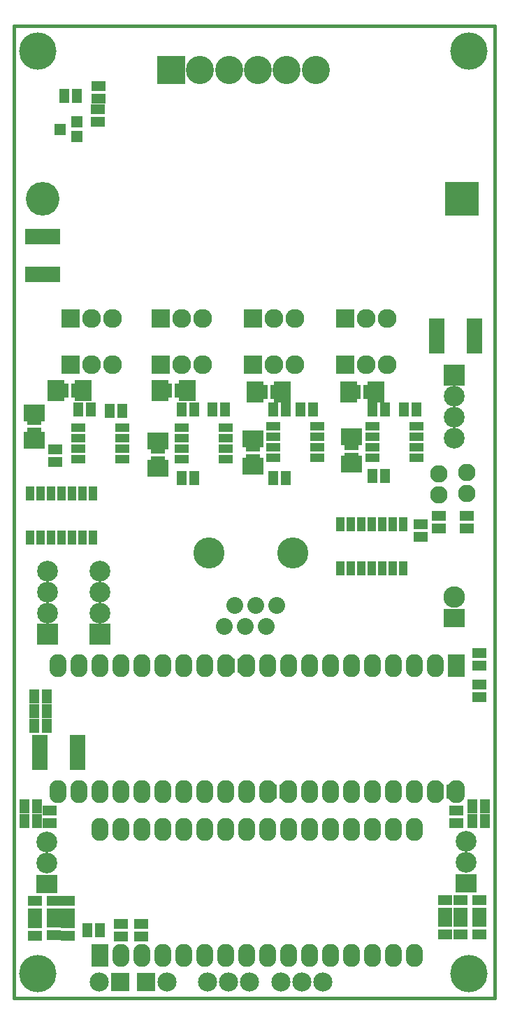
<source format=gbs>
G04 (created by PCBNEW-RS274X (2011-04-29 BZR 2986)-stable) date 29/01/2012 21:43:35*
G01*
G70*
G90*
%MOIN*%
G04 Gerber Fmt 3.4, Leading zero omitted, Abs format*
%FSLAX34Y34*%
G04 APERTURE LIST*
%ADD10C,0.006000*%
%ADD11C,0.015000*%
%ADD12C,0.083000*%
%ADD13R,0.082000X0.110000*%
%ADD14O,0.082000X0.110000*%
%ADD15R,0.102700X0.090900*%
%ADD16C,0.102700*%
%ADD17R,0.098700X0.090900*%
%ADD18C,0.098700*%
%ADD19R,0.045000X0.065000*%
%ADD20R,0.065000X0.045000*%
%ADD21R,0.170000X0.075000*%
%ADD22R,0.134200X0.134200*%
%ADD23C,0.134200*%
%ADD24R,0.040000X0.065000*%
%ADD25R,0.065000X0.040000*%
%ADD26R,0.075000X0.170000*%
%ADD27R,0.098700X0.098700*%
%ADD28C,0.090000*%
%ADD29R,0.090000X0.090000*%
%ADD30C,0.080000*%
%ADD31C,0.148000*%
%ADD32R,0.160000X0.160000*%
%ADD33C,0.160000*%
%ADD34R,0.080000X0.100000*%
%ADD35R,0.100000X0.080000*%
%ADD36C,0.177500*%
%ADD37R,0.056000X0.056000*%
%ADD38R,0.090900X0.090900*%
%ADD39C,0.090900*%
G04 APERTURE END LIST*
G54D10*
G54D11*
X07275Y-17550D02*
X30225Y-17550D01*
X30225Y-17550D02*
X30225Y-63850D01*
X30225Y-63850D02*
X07275Y-63850D01*
X07275Y-63850D02*
X07275Y-17550D01*
X07275Y-17550D02*
X07300Y-17550D01*
G54D12*
X27550Y-38875D03*
X27550Y-39875D03*
G54D13*
X11400Y-61825D03*
G54D14*
X12400Y-61825D03*
X13400Y-61825D03*
X14400Y-61825D03*
X15400Y-61825D03*
X16400Y-61825D03*
X17400Y-61825D03*
X18400Y-61825D03*
X19400Y-61825D03*
X20400Y-61825D03*
X21400Y-61825D03*
X22400Y-61825D03*
X23400Y-61825D03*
X24400Y-61825D03*
X25400Y-61825D03*
X26400Y-61825D03*
X26400Y-55825D03*
X25400Y-55825D03*
X24400Y-55825D03*
X23400Y-55825D03*
X22400Y-55825D03*
X21400Y-55825D03*
X20400Y-55825D03*
X19400Y-55825D03*
X18400Y-55825D03*
X17400Y-55825D03*
X16400Y-55825D03*
X15400Y-55825D03*
X14400Y-55825D03*
X13400Y-55825D03*
X12400Y-55825D03*
X11400Y-55825D03*
G54D13*
X28400Y-48025D03*
G54D14*
X27400Y-48025D03*
X26400Y-48025D03*
X25400Y-48025D03*
X24400Y-48025D03*
X23400Y-48025D03*
X22400Y-48025D03*
X21400Y-48025D03*
X20400Y-48025D03*
X19400Y-48025D03*
X18400Y-48025D03*
X17400Y-48025D03*
X16400Y-48025D03*
X15400Y-48025D03*
X14400Y-48025D03*
X13400Y-48025D03*
X12400Y-48025D03*
X11400Y-48025D03*
X10400Y-48025D03*
X09400Y-48025D03*
X09400Y-54025D03*
X10400Y-54025D03*
X11400Y-54025D03*
X12400Y-54025D03*
X13400Y-54025D03*
X14400Y-54025D03*
X15400Y-54025D03*
X16400Y-54025D03*
X17400Y-54025D03*
X18400Y-54025D03*
X19400Y-54025D03*
X20400Y-54025D03*
X21400Y-54025D03*
X22400Y-54025D03*
X23400Y-54025D03*
X24400Y-54025D03*
X25400Y-54025D03*
X26400Y-54025D03*
X27400Y-54025D03*
X28400Y-54025D03*
G54D15*
X28275Y-45750D03*
G54D16*
X28275Y-44750D03*
G54D17*
X08850Y-58425D03*
G54D18*
X08850Y-57425D03*
X08850Y-56425D03*
G54D17*
X28850Y-58375D03*
G54D18*
X28850Y-57375D03*
X28850Y-56375D03*
G54D19*
X26500Y-35825D03*
X25900Y-35825D03*
X23600Y-34975D03*
X24200Y-34975D03*
X19150Y-34975D03*
X19750Y-34975D03*
X21550Y-35825D03*
X20950Y-35825D03*
G54D20*
X23400Y-38125D03*
X23400Y-37525D03*
G54D19*
X17350Y-35825D03*
X16750Y-35825D03*
X14600Y-34925D03*
X15200Y-34925D03*
X09650Y-34925D03*
X10250Y-34925D03*
X12450Y-35875D03*
X11850Y-35875D03*
G54D20*
X14150Y-37675D03*
X14150Y-38275D03*
X08250Y-36325D03*
X08250Y-36925D03*
X27550Y-41475D03*
X27550Y-40875D03*
X28900Y-41475D03*
X28900Y-40875D03*
X29500Y-48025D03*
X29500Y-47425D03*
X29500Y-49525D03*
X29500Y-48925D03*
G54D19*
X24400Y-38975D03*
X25000Y-38975D03*
X19650Y-39075D03*
X20250Y-39075D03*
X24400Y-35825D03*
X25000Y-35825D03*
X19650Y-35825D03*
X20250Y-35825D03*
X15300Y-39075D03*
X15900Y-39075D03*
G54D20*
X09250Y-37725D03*
X09250Y-38325D03*
G54D19*
X15300Y-35825D03*
X15900Y-35825D03*
X10350Y-35825D03*
X10950Y-35825D03*
G54D21*
X08650Y-29375D03*
X08650Y-27575D03*
G54D22*
X14775Y-19650D03*
G54D23*
X16150Y-19650D03*
X17550Y-19650D03*
X18925Y-19650D03*
X20300Y-19650D03*
X21675Y-19650D03*
G54D24*
X11050Y-41925D03*
X10550Y-41925D03*
X10050Y-41925D03*
X09550Y-41925D03*
X09050Y-41925D03*
X08550Y-41925D03*
X08050Y-41925D03*
X08050Y-39825D03*
X08550Y-39825D03*
X09050Y-39825D03*
X09550Y-39825D03*
X10050Y-39825D03*
X10550Y-39825D03*
X11050Y-39825D03*
G54D25*
X12450Y-38175D03*
X10350Y-38175D03*
X12450Y-37675D03*
X12450Y-37175D03*
X12450Y-36675D03*
X10350Y-37675D03*
X10350Y-37175D03*
X10350Y-36675D03*
G54D24*
X22850Y-41275D03*
X23350Y-41275D03*
X23850Y-41275D03*
X24350Y-41275D03*
X24850Y-41275D03*
X25350Y-41275D03*
X25850Y-41275D03*
X25850Y-43375D03*
X25350Y-43375D03*
X24850Y-43375D03*
X24350Y-43375D03*
X23850Y-43375D03*
X23350Y-43375D03*
X22850Y-43375D03*
G54D25*
X21750Y-38125D03*
X19650Y-38125D03*
X21750Y-37625D03*
X21750Y-37125D03*
X21750Y-36625D03*
X19650Y-37625D03*
X19650Y-37125D03*
X19650Y-36625D03*
G54D20*
X18700Y-38175D03*
X18700Y-37575D03*
G54D25*
X26500Y-38125D03*
X24400Y-38125D03*
X26500Y-37625D03*
X26500Y-37125D03*
X26500Y-36625D03*
X24400Y-37625D03*
X24400Y-37125D03*
X24400Y-36625D03*
G54D26*
X27450Y-32325D03*
X29250Y-32325D03*
G54D25*
X17400Y-38175D03*
X15300Y-38175D03*
X17400Y-37675D03*
X17400Y-37175D03*
X17400Y-36675D03*
X15300Y-37675D03*
X15300Y-37175D03*
X15300Y-36675D03*
G54D27*
X28300Y-34175D03*
G54D18*
X28300Y-35175D03*
X28300Y-36175D03*
X28300Y-37175D03*
G54D12*
X28900Y-38825D03*
X28900Y-39825D03*
G54D19*
X11400Y-60625D03*
X10800Y-60625D03*
X08850Y-50875D03*
X08250Y-50875D03*
G54D20*
X26700Y-41275D03*
X26700Y-41875D03*
G54D19*
X18200Y-48025D03*
X17600Y-48025D03*
X20200Y-54025D03*
X19600Y-54025D03*
X28150Y-54025D03*
X27550Y-54025D03*
G54D28*
X25075Y-31500D03*
X24075Y-31500D03*
G54D29*
X23075Y-31500D03*
G54D28*
X25075Y-33700D03*
X24075Y-33700D03*
G54D29*
X23075Y-33700D03*
G54D28*
X11975Y-31500D03*
X10975Y-31500D03*
G54D29*
X09975Y-31500D03*
G54D28*
X16275Y-31500D03*
X15275Y-31500D03*
G54D29*
X14275Y-31500D03*
G54D28*
X11975Y-33700D03*
X10975Y-33700D03*
G54D29*
X09975Y-33700D03*
G54D28*
X16275Y-33700D03*
X15275Y-33700D03*
G54D29*
X14275Y-33700D03*
G54D28*
X20675Y-31500D03*
X19675Y-31500D03*
G54D29*
X18675Y-31500D03*
G54D28*
X20675Y-33700D03*
X19675Y-33700D03*
G54D29*
X18675Y-33700D03*
G54D30*
X18825Y-45150D03*
X17825Y-45150D03*
X19825Y-45150D03*
X17325Y-46150D03*
X18325Y-46150D03*
X19325Y-46150D03*
G54D31*
X20575Y-42650D03*
X16575Y-42650D03*
G54D19*
X08250Y-49475D03*
X08850Y-49475D03*
X08850Y-50175D03*
X08250Y-50175D03*
G54D26*
X10325Y-52150D03*
X08525Y-52150D03*
G54D32*
X28650Y-25775D03*
G54D33*
X08650Y-25775D03*
G54D19*
X08400Y-54725D03*
X07800Y-54725D03*
G54D20*
X09850Y-60875D03*
X09850Y-60275D03*
X09850Y-59225D03*
X09850Y-59825D03*
X09000Y-55525D03*
X09000Y-54925D03*
X09175Y-60250D03*
X09175Y-60850D03*
X09175Y-59825D03*
X09175Y-59225D03*
G54D19*
X29150Y-54725D03*
X29750Y-54725D03*
G54D20*
X27850Y-60825D03*
X27850Y-60225D03*
X27850Y-59175D03*
X27850Y-59775D03*
X28400Y-55525D03*
X28400Y-54925D03*
X28600Y-60225D03*
X28600Y-60825D03*
X28600Y-59775D03*
X28600Y-59175D03*
G54D19*
X07800Y-55425D03*
X08400Y-55425D03*
G54D20*
X08275Y-60875D03*
X08275Y-60275D03*
X08275Y-59225D03*
X08275Y-59825D03*
G54D19*
X29750Y-55425D03*
X29150Y-55425D03*
G54D20*
X29500Y-60825D03*
X29500Y-60225D03*
X29500Y-59175D03*
X29500Y-59775D03*
G54D34*
X23250Y-34975D03*
X24550Y-34975D03*
X18800Y-34975D03*
X20100Y-34975D03*
G54D35*
X23400Y-38425D03*
X23400Y-37125D03*
X18700Y-38525D03*
X18700Y-37225D03*
G54D34*
X14250Y-34925D03*
X15550Y-34925D03*
X09300Y-34925D03*
X10600Y-34925D03*
G54D35*
X14150Y-37325D03*
X14150Y-38625D03*
X08250Y-35975D03*
X08250Y-37275D03*
G54D36*
X08425Y-18750D03*
X28975Y-18750D03*
X28975Y-62700D03*
X08425Y-62700D03*
G54D19*
X10300Y-20875D03*
X09700Y-20875D03*
G54D37*
X10300Y-22825D03*
X10300Y-22125D03*
X09500Y-22475D03*
G54D20*
X13350Y-60325D03*
X13350Y-60925D03*
X12400Y-60325D03*
X12400Y-60925D03*
G54D27*
X08900Y-46525D03*
G54D18*
X08900Y-45525D03*
X08900Y-44525D03*
X08900Y-43525D03*
G54D38*
X13600Y-63075D03*
G54D39*
X14600Y-63075D03*
G54D38*
X12350Y-63075D03*
G54D39*
X11350Y-63075D03*
G54D20*
X11300Y-22125D03*
X11300Y-21525D03*
X11325Y-21025D03*
X11325Y-20425D03*
G54D27*
X11400Y-46525D03*
G54D18*
X11400Y-45525D03*
X11400Y-44525D03*
X11400Y-43525D03*
G54D39*
X22025Y-63075D03*
X21025Y-63075D03*
X20025Y-63075D03*
X18525Y-63075D03*
X17525Y-63075D03*
X16525Y-63075D03*
M02*

</source>
